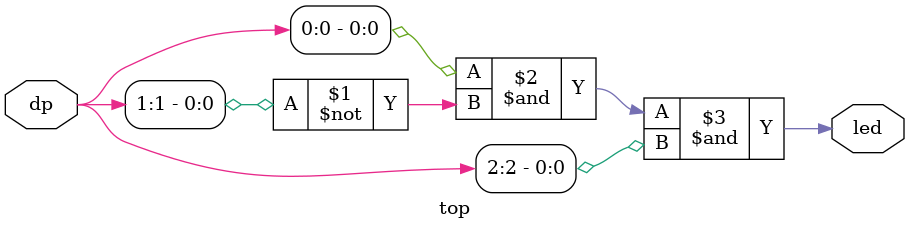
<source format=v>
module top(
	input [2:0]dp,
	output led
);



assign led = dp[0]&~dp[1]&dp[2];

endmodule

</source>
